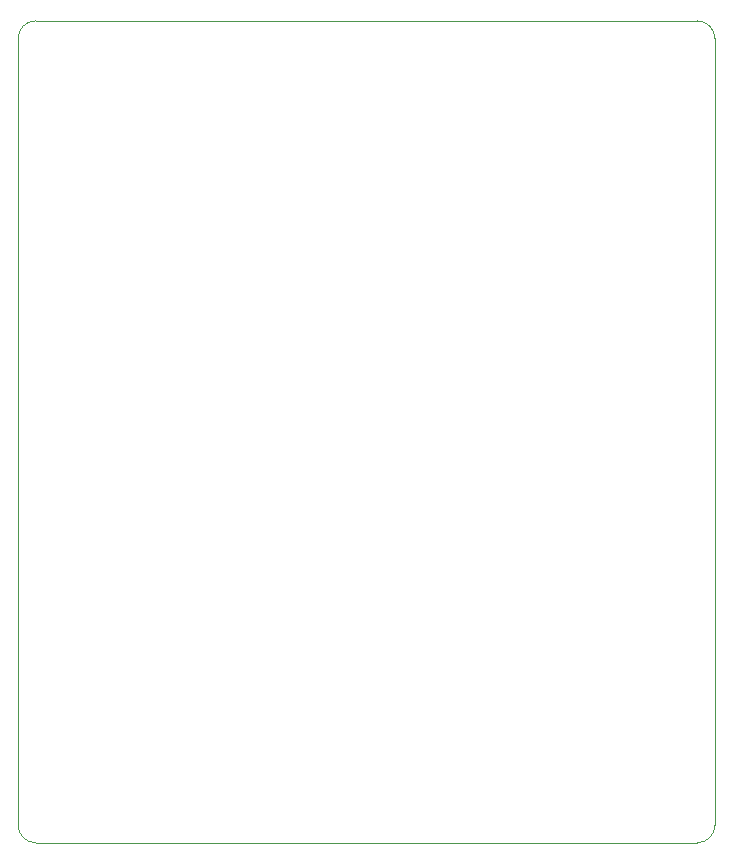
<source format=gbr>
%TF.GenerationSoftware,KiCad,Pcbnew,(6.0.2)*%
%TF.CreationDate,2022-04-23T23:31:31-04:00*%
%TF.ProjectId,Pi_HAT,50695f48-4154-42e6-9b69-6361645f7063,rev?*%
%TF.SameCoordinates,Original*%
%TF.FileFunction,Profile,NP*%
%FSLAX46Y46*%
G04 Gerber Fmt 4.6, Leading zero omitted, Abs format (unit mm)*
G04 Created by KiCad (PCBNEW (6.0.2)) date 2022-04-23 23:31:31*
%MOMM*%
%LPD*%
G01*
G04 APERTURE LIST*
%TA.AperFunction,Profile*%
%ADD10C,0.100000*%
%TD*%
G04 APERTURE END LIST*
D10*
X99500000Y-66400000D02*
X155500000Y-66400000D01*
X99500000Y-66400000D02*
G75*
G03*
X98000000Y-67900000I1J-1500001D01*
G01*
X157000000Y-67900000D02*
G75*
G03*
X155500000Y-66400000I-1500001J-1D01*
G01*
X157000000Y-67900000D02*
X157000000Y-134500000D01*
X155500000Y-136000000D02*
G75*
G03*
X157000000Y-134500000I-1J1500001D01*
G01*
X98000000Y-134500000D02*
X98000000Y-67900000D01*
X98000000Y-134500000D02*
G75*
G03*
X99500000Y-136000000I1500001J1D01*
G01*
X155500000Y-136000000D02*
X99500000Y-136000000D01*
M02*

</source>
